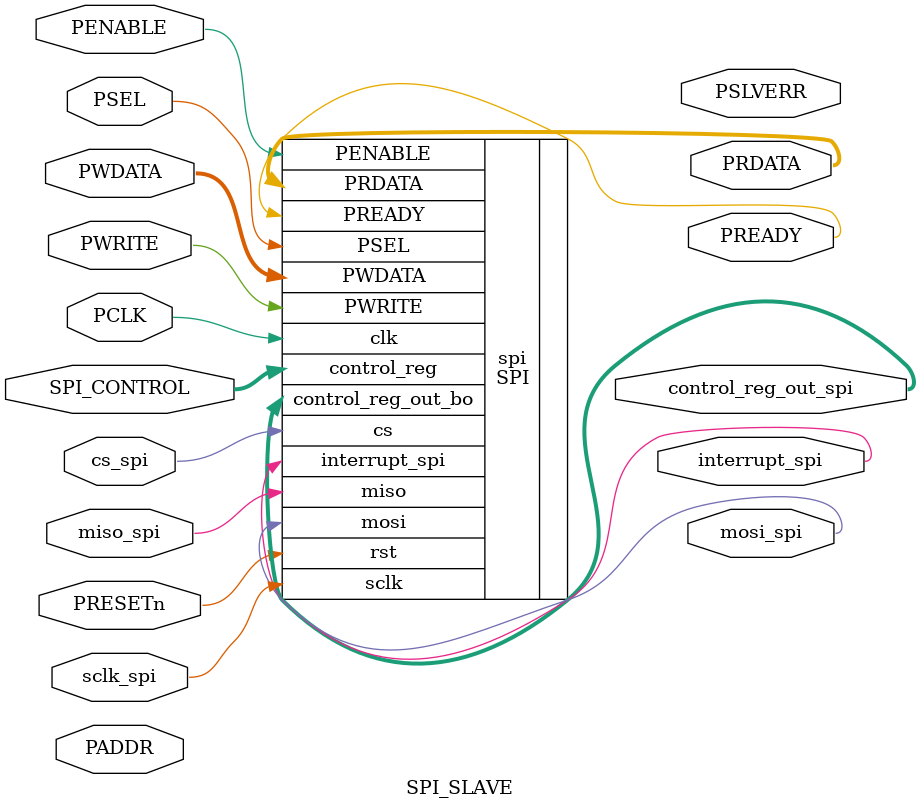
<source format=v>
module SPI_SLAVE (
    input  wire        PCLK,
    input  wire        PRESETn,
    input  wire [31:0] PADDR,
    input  wire        PSEL,
    input  wire        PENABLE,
    input  wire        PWRITE,
    input  wire [31:0] PWDATA,
    output   [31:0] PRDATA,
    output        PREADY,
    output  reg         PSLVERR,
    input miso_spi,
    input [10:0]SPI_CONTROL,
    output mosi_spi,
    inout cs_spi,
    output interrupt_spi,
    inout sclk_spi ,
    output [2:0]control_reg_out_spi
);

SPI spi(
     .clk(PCLK),
     .rst(PRESETn),
     .PWDATA(PWDATA),
     .PWRITE(PWRITE),
     .PENABLE(PENABLE),
     .PSEL(PSEL),
     .miso(miso_spi),
     .control_reg(SPI_CONTROL),
     .mosi(mosi_spi),
     .cs(cs_spi),
     .interrupt_spi(interrupt_spi),
     .sclk(sclk_spi),
     .control_reg_out_bo(control_reg_out_spi),
     .PREADY(PREADY),
     .PRDATA(PRDATA)
    );




endmodule
</source>
